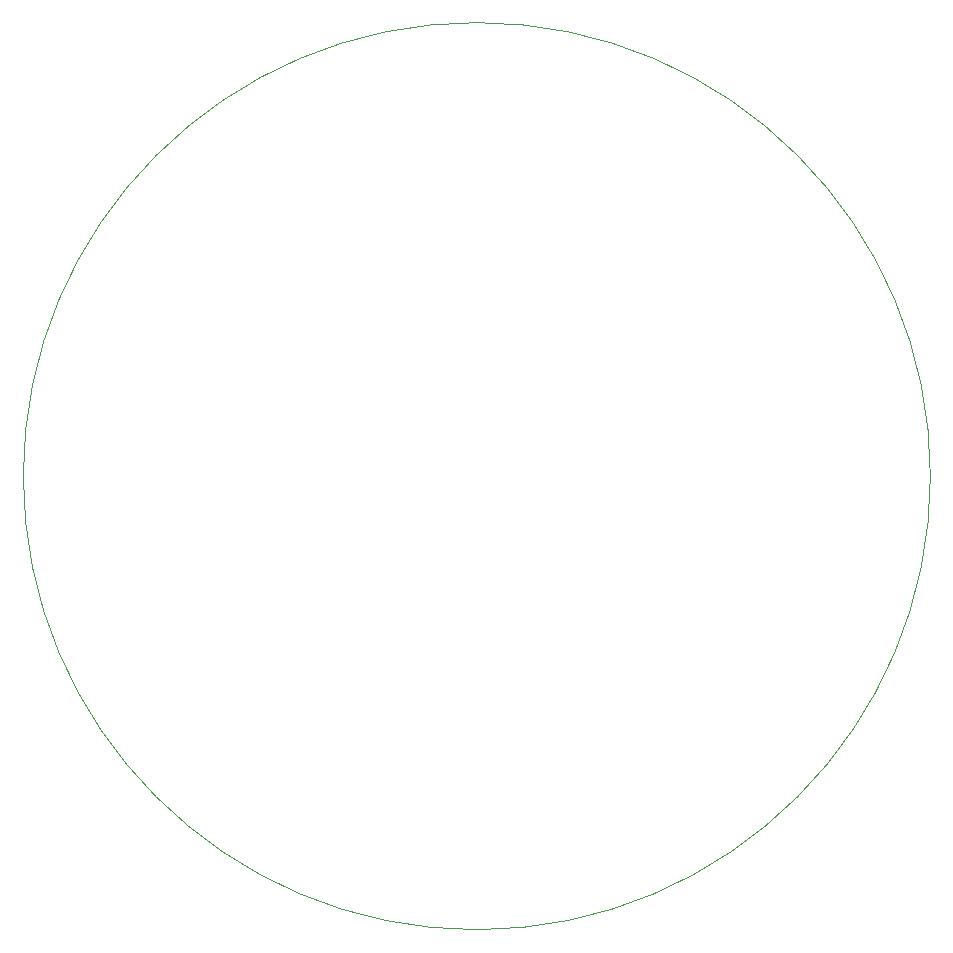
<source format=gm1>
G04 #@! TF.GenerationSoftware,KiCad,Pcbnew,8.0.4*
G04 #@! TF.CreationDate,2025-04-17T01:05:08+02:00*
G04 #@! TF.ProjectId,buck_mcu_stage,6275636b-5f6d-4637-955f-73746167652e,rev?*
G04 #@! TF.SameCoordinates,Original*
G04 #@! TF.FileFunction,Profile,NP*
%FSLAX46Y46*%
G04 Gerber Fmt 4.6, Leading zero omitted, Abs format (unit mm)*
G04 Created by KiCad (PCBNEW 8.0.4) date 2025-04-17 01:05:08*
%MOMM*%
%LPD*%
G01*
G04 APERTURE LIST*
G04 #@! TA.AperFunction,Profile*
%ADD10C,0.100000*%
G04 #@! TD*
G04 APERTURE END LIST*
D10*
X188400000Y-100000000D02*
G75*
G02*
X111600000Y-100000000I-38400000J0D01*
G01*
X111600000Y-100000000D02*
G75*
G02*
X188400000Y-100000000I38400000J0D01*
G01*
M02*

</source>
